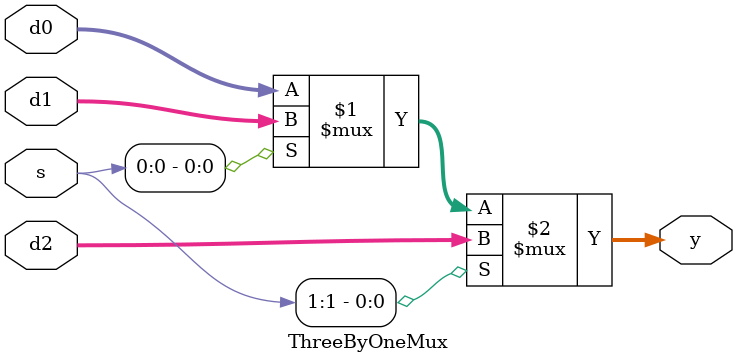
<source format=sv>
`timescale 1ns / 1ps


module ThreeByOneMux(
    input [31:0] d0,
    input [31:0] d1,
    input [31:0] d2,
    input [1:0] s,
    output [31:0] y
    );
    
    assign y = s[1] ? d2 : (s[0] ? d1 : d0);
    
endmodule

</source>
